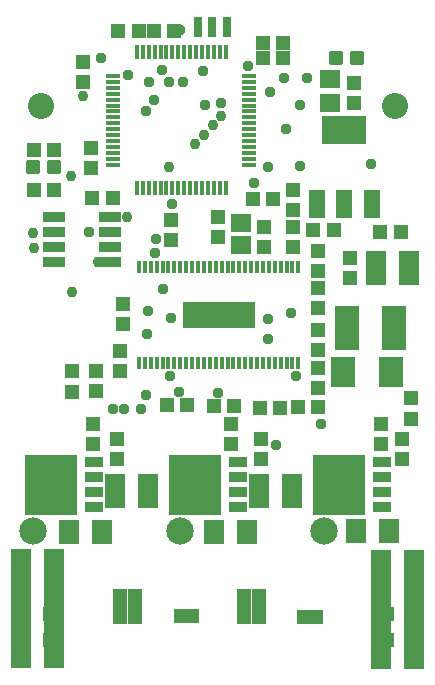
<source format=gts>
G75*
%MOIN*%
%OFA0B0*%
%FSLAX24Y24*%
%IPPOS*%
%LPD*%
%AMOC8*
5,1,8,0,0,1.08239X$1,22.5*
%
%ADD10C,0.0867*%
%ADD11R,0.0178X0.0434*%
%ADD12R,0.2442X0.0880*%
%ADD13R,0.0595X0.0595*%
%ADD14R,0.0631X0.0356*%
%ADD15R,0.1773X0.2049*%
%ADD16R,0.0710X0.0789*%
%ADD17R,0.0513X0.0474*%
%ADD18R,0.0474X0.0513*%
%ADD19R,0.0671X0.0592*%
%ADD20R,0.0789X0.1497*%
%ADD21R,0.0789X0.1025*%
%ADD22R,0.0710X0.1143*%
%ADD23R,0.0167X0.0474*%
%ADD24R,0.0474X0.0167*%
%ADD25R,0.0560X0.0960*%
%ADD26R,0.1497X0.0946*%
%ADD27R,0.0710X0.0592*%
%ADD28C,0.0907*%
%ADD29R,0.0781X0.0363*%
%ADD30R,0.0493X0.0505*%
%ADD31C,0.0142*%
%ADD32R,0.0316X0.0710*%
%ADD33C,0.0378*%
%ADD34R,0.0476X0.0476*%
%ADD35C,0.0366*%
%ADD36C,0.0476*%
D10*
X002024Y022349D03*
X013835Y022349D03*
D11*
X010601Y016968D03*
X010404Y016968D03*
X010207Y016968D03*
X010010Y016968D03*
X009813Y016968D03*
X009617Y016968D03*
X009420Y016968D03*
X009223Y016968D03*
X009026Y016968D03*
X008829Y016968D03*
X008632Y016968D03*
X008435Y016968D03*
X008239Y016968D03*
X008042Y016968D03*
X007845Y016968D03*
X007648Y016968D03*
X007451Y016968D03*
X007254Y016968D03*
X007057Y016968D03*
X006861Y016968D03*
X006664Y016968D03*
X006467Y016968D03*
X006270Y016968D03*
X006073Y016968D03*
X005876Y016968D03*
X005680Y016968D03*
X005483Y016968D03*
X005286Y016968D03*
X005286Y013779D03*
X005483Y013779D03*
X005680Y013779D03*
X005876Y013779D03*
X006073Y013779D03*
X006270Y013779D03*
X006467Y013779D03*
X006664Y013779D03*
X006861Y013779D03*
X007057Y013779D03*
X007254Y013779D03*
X007451Y013779D03*
X007648Y013779D03*
X007845Y013779D03*
X008042Y013779D03*
X008239Y013779D03*
X008435Y013779D03*
X008632Y013779D03*
X008829Y013779D03*
X009026Y013779D03*
X009223Y013779D03*
X009420Y013779D03*
X009617Y013779D03*
X009813Y013779D03*
X010010Y013779D03*
X010207Y013779D03*
X010404Y013779D03*
X010601Y013779D03*
D12*
X007943Y015374D03*
D13*
X007943Y015374D03*
X008693Y015374D03*
X007193Y015374D03*
D14*
X008587Y010477D03*
X008587Y009977D03*
X008587Y009477D03*
X008587Y008977D03*
X013387Y008977D03*
X013387Y009477D03*
X013387Y009977D03*
X013387Y010477D03*
X003787Y010477D03*
X003787Y009977D03*
X003787Y009477D03*
X003787Y008977D03*
D15*
X002350Y009727D03*
X007150Y009727D03*
X011950Y009727D03*
D16*
X012531Y008175D03*
X013343Y007133D03*
X013343Y006345D03*
X013343Y005558D03*
X013343Y004771D03*
X013343Y003983D03*
X014446Y003983D03*
X014446Y004771D03*
X014446Y005558D03*
X014446Y006345D03*
X014446Y007133D03*
X013633Y008175D03*
X008886Y008135D03*
X007783Y008135D03*
X004063Y008128D03*
X002961Y008128D03*
X002457Y007172D03*
X002457Y006385D03*
X002457Y005597D03*
X002457Y004810D03*
X002457Y004023D03*
X001355Y004023D03*
X001355Y004810D03*
X001355Y005597D03*
X001355Y006385D03*
X001355Y007172D03*
D17*
X003743Y011092D03*
X003743Y011761D03*
X003863Y012830D03*
X003863Y013499D03*
X004665Y013504D03*
X004665Y014173D03*
X006235Y012382D03*
X006904Y012382D03*
X007789Y012342D03*
X008366Y011742D03*
X008458Y012342D03*
X008366Y011072D03*
X009343Y011261D03*
X009343Y010592D03*
X009324Y012283D03*
X009993Y012283D03*
X010586Y012306D03*
X011255Y012306D03*
X013343Y011761D03*
X013343Y011092D03*
X014065Y011261D03*
X014065Y010592D03*
X014369Y011927D03*
X014369Y012596D03*
X012325Y016609D03*
X012325Y017279D03*
X011772Y018195D03*
X011240Y017526D03*
X011240Y016856D03*
X011243Y016294D03*
X011243Y015625D03*
X010420Y017649D03*
X010420Y018319D03*
X011103Y018195D03*
X009742Y019254D03*
X009072Y019254D03*
X009464Y018312D03*
X009464Y017642D03*
X012457Y022428D03*
X012457Y023097D03*
X010094Y023938D03*
X010091Y024434D03*
X009422Y024434D03*
X009424Y023938D03*
X006453Y024856D03*
X005783Y024856D03*
X005272Y024849D03*
X004603Y024849D03*
X004543Y011261D03*
X004543Y010592D03*
X013337Y018156D03*
X014006Y018156D03*
D18*
X011271Y014892D03*
X011271Y014223D03*
X011264Y013624D03*
X011264Y012955D03*
X007909Y017988D03*
X007909Y018657D03*
X006359Y018551D03*
X006359Y017882D03*
X004769Y015754D03*
X004769Y015085D03*
X003050Y013496D03*
X003050Y012827D03*
X003680Y020279D03*
X003680Y020949D03*
X002457Y020873D03*
X001788Y020873D03*
X003406Y023140D03*
X003406Y023809D03*
X010429Y019533D03*
X010429Y018864D03*
D19*
X008682Y018461D03*
X008682Y017713D03*
D20*
X012209Y014945D03*
X013784Y014945D03*
D21*
X013696Y013465D03*
X012101Y013465D03*
D22*
X013174Y016957D03*
X014276Y016957D03*
X010394Y009527D03*
X009292Y009527D03*
X005594Y009527D03*
X004492Y009527D03*
D23*
X005219Y019604D03*
X005416Y019604D03*
X005613Y019604D03*
X005810Y019604D03*
X006006Y019604D03*
X006203Y019604D03*
X006400Y019604D03*
X006597Y019604D03*
X006794Y019604D03*
X006991Y019604D03*
X007188Y019604D03*
X007384Y019604D03*
X007581Y019604D03*
X007778Y019604D03*
X007975Y019604D03*
X008172Y019604D03*
X008172Y024132D03*
X007975Y024132D03*
X007778Y024132D03*
X007581Y024132D03*
X007384Y024132D03*
X007188Y024132D03*
X006991Y024132D03*
X006794Y024132D03*
X006597Y024132D03*
X006400Y024132D03*
X006203Y024132D03*
X006006Y024132D03*
X005810Y024132D03*
X005613Y024132D03*
X005416Y024132D03*
X005219Y024132D03*
D24*
X004432Y023344D03*
X004432Y023147D03*
X004432Y022951D03*
X004432Y022754D03*
X004432Y022557D03*
X004432Y022360D03*
X004432Y022163D03*
X004432Y021966D03*
X004432Y021769D03*
X004432Y021573D03*
X004432Y021376D03*
X004432Y021179D03*
X004432Y020982D03*
X004432Y020785D03*
X004432Y020588D03*
X004432Y020391D03*
X008959Y020391D03*
X008959Y020588D03*
X008959Y020785D03*
X008959Y020982D03*
X008959Y021179D03*
X008959Y021376D03*
X008959Y021573D03*
X008959Y021769D03*
X008959Y021966D03*
X008959Y022163D03*
X008959Y022360D03*
X008959Y022557D03*
X008959Y022754D03*
X008959Y022951D03*
X008959Y023147D03*
X008959Y023344D03*
D25*
X011221Y019092D03*
X012131Y019092D03*
X013041Y019092D03*
D26*
X012131Y021532D03*
D27*
X011641Y022456D03*
X011641Y023243D03*
D28*
X011466Y008176D03*
X006645Y008176D03*
X001745Y008176D03*
D29*
X002457Y017151D03*
X002457Y017651D03*
X002457Y018151D03*
X002457Y018651D03*
X004308Y018651D03*
X004308Y018151D03*
X004308Y017651D03*
X004308Y017151D03*
D30*
X004416Y019279D03*
X003727Y019279D03*
X002467Y019534D03*
X001778Y019534D03*
D31*
X001592Y020136D02*
X001592Y020468D01*
X001924Y020468D01*
X001924Y020136D01*
X001592Y020136D01*
X001592Y020277D02*
X001924Y020277D01*
X001924Y020418D02*
X001592Y020418D01*
X002282Y020468D02*
X002282Y020136D01*
X002282Y020468D02*
X002614Y020468D01*
X002614Y020136D01*
X002282Y020136D01*
X002282Y020277D02*
X002614Y020277D01*
X002614Y020418D02*
X002282Y020418D01*
X012022Y023778D02*
X012022Y024110D01*
X012022Y023778D02*
X011690Y023778D01*
X011690Y024110D01*
X012022Y024110D01*
X012022Y023919D02*
X011690Y023919D01*
X011690Y024060D02*
X012022Y024060D01*
X012713Y024110D02*
X012713Y023778D01*
X012381Y023778D01*
X012381Y024110D01*
X012713Y024110D01*
X012713Y023919D02*
X012381Y023919D01*
X012381Y024060D02*
X012713Y024060D01*
D32*
X008206Y024987D03*
X007733Y024987D03*
X007261Y024987D03*
D33*
X006650Y024869D03*
X006060Y023550D03*
X006296Y023137D03*
X006769Y023156D03*
X007418Y023511D03*
X007477Y022389D03*
X008009Y022448D03*
X008934Y023668D03*
X009643Y022822D03*
X010115Y023275D03*
X010666Y022389D03*
X010883Y023294D03*
X010174Y021582D03*
X010666Y020342D03*
X011217Y019121D03*
X012123Y019101D03*
X013028Y020420D03*
X010371Y015460D03*
X009603Y015243D03*
X009583Y014574D03*
X010509Y013334D03*
X011355Y011759D03*
X009839Y011031D03*
X009347Y011267D03*
X009328Y012271D03*
X008383Y011070D03*
X007772Y012349D03*
X007930Y012782D03*
X006631Y012822D03*
X006335Y013353D03*
X006237Y012389D03*
X005528Y012723D03*
X005351Y012251D03*
X004780Y012251D03*
X004406Y012251D03*
X004662Y013511D03*
X005568Y014751D03*
X005587Y015499D03*
X006080Y016247D03*
X006355Y015263D03*
X005824Y017448D03*
X005863Y017901D03*
X006394Y019082D03*
X005528Y022172D03*
X005804Y022546D03*
X005627Y023137D03*
X004918Y023373D03*
X004032Y023944D03*
X003619Y018137D03*
X009052Y019259D03*
X009111Y019790D03*
X009603Y020322D03*
X009465Y018314D03*
D34*
X001355Y004023D03*
X001355Y004810D03*
X001355Y005597D03*
X001355Y006385D03*
X001355Y007172D03*
X002320Y005420D03*
X002320Y004554D03*
X002969Y008137D03*
X004072Y008137D03*
X004662Y006011D03*
X004662Y005656D03*
X004662Y005302D03*
X005154Y005302D03*
X005154Y005656D03*
X005154Y006011D03*
X006690Y005342D03*
X007044Y005342D03*
X007792Y008137D03*
X008894Y008137D03*
X008796Y006011D03*
X008796Y005656D03*
X008796Y005302D03*
X009288Y005302D03*
X009288Y005656D03*
X009288Y006011D03*
X010784Y005322D03*
X011178Y005322D03*
X012517Y008176D03*
X013639Y008196D03*
X014446Y007133D03*
X014446Y006345D03*
X014446Y005558D03*
X014446Y004771D03*
X014446Y003983D03*
X013540Y004554D03*
X013540Y005420D03*
X014367Y012605D03*
D35*
X008028Y022015D03*
X007753Y021700D03*
X007457Y021385D03*
X007162Y021070D03*
X006296Y020302D03*
X004898Y018649D03*
X003914Y017133D03*
X003068Y016129D03*
X001788Y017625D03*
X001769Y018117D03*
X003028Y020007D03*
X003422Y022684D03*
D36*
X012123Y021582D03*
M02*

</source>
